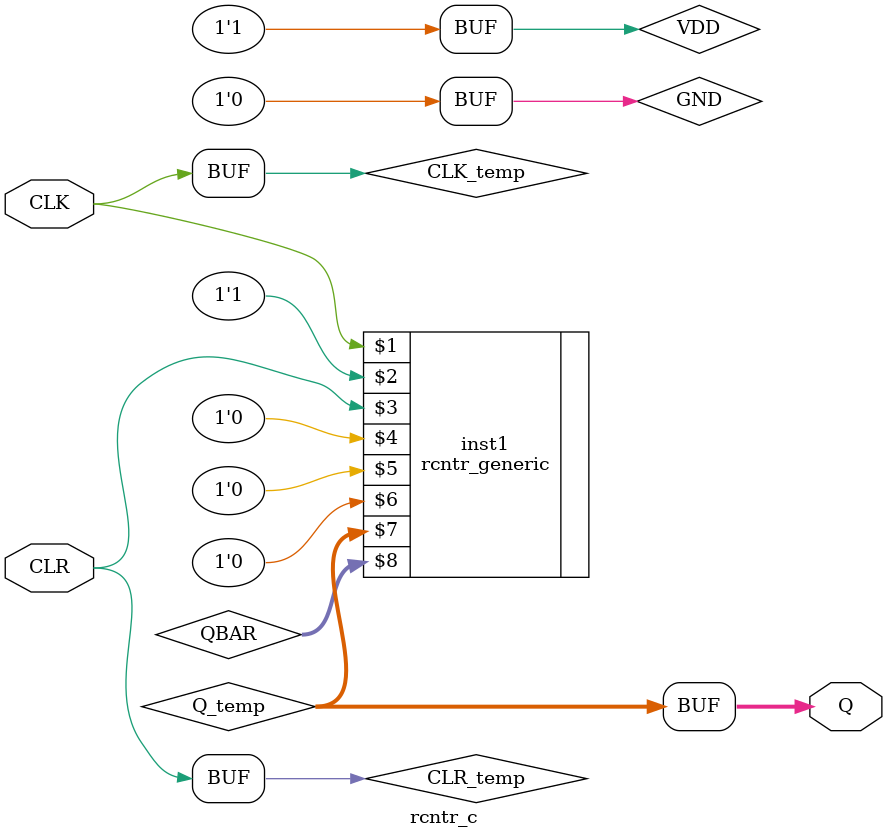
<source format=v>
module rcntr_c(CLK,CLR,Q);
  parameter N = 8;
  parameter DPFLAG = 1;
  parameter GROUP = "dpath1";
  parameter
        d_CLK_r = 0,
        d_CLK_f = 0,
        d_CLR_r = 0,
        d_CLR_f = 0,
        d_Q = 1;
  input  CLK;
  input  CLR;
  output [(N - 1):0] Q;
  wire  CLK_temp;
  wire  CLR_temp;
  wire [(N - 1):0] Q_temp;
  wire [(N - 1):0] QBAR;
  supply0  GND;
  supply1  VDD;
  assign #(d_CLK_r,d_CLK_f) CLK_temp = CLK;
  assign #(d_CLR_r,d_CLR_f) CLR_temp = CLR;
  assign #(d_Q) Q = Q_temp;
  rcntr_generic #(N) inst1 (CLK_temp,VDD,CLR_temp,GND,GND,GND,Q_temp,QBAR);
endmodule

</source>
